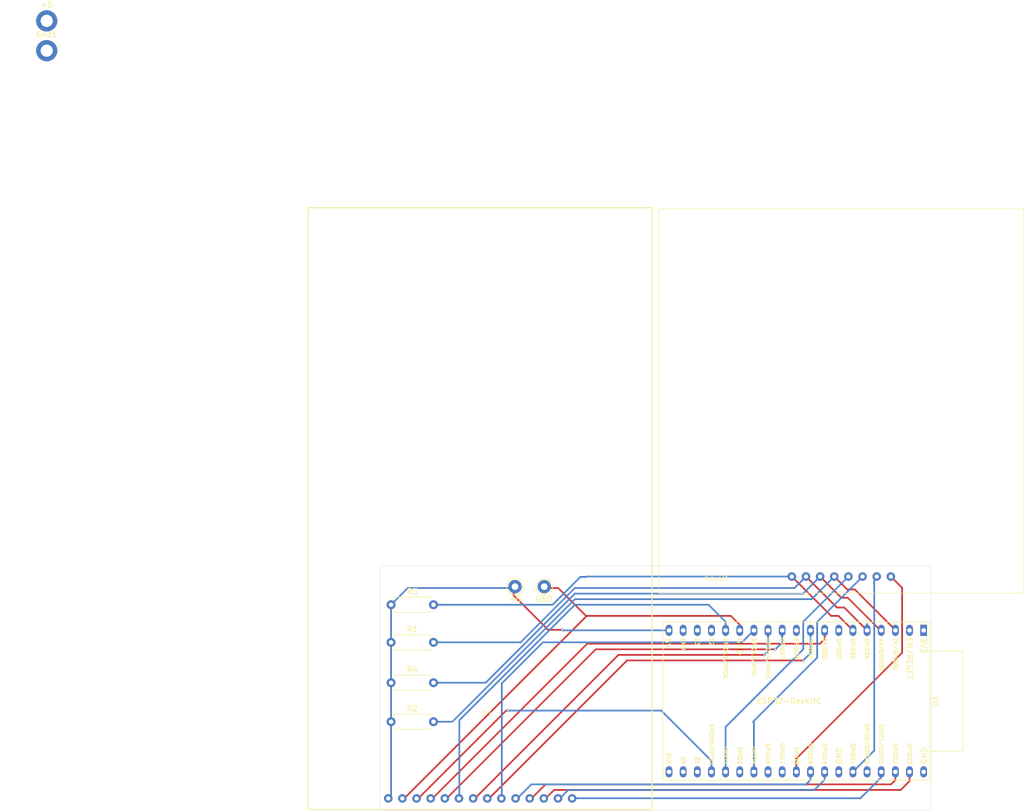
<source format=kicad_pcb>
(kicad_pcb (version 20240108) (generator "pcbnew") (generator_version "8.0")
  (layers (0 "F.Cu" signal) (31 "B.Cu" signal) (34 "B.Paste" user) (35 "F.Paste" user) (36 "B.SilkS" user "B.Silkscreen") (37 "F.SilkS" user "F.Silkscreen") (38 "B.Mask" user) (39 "F.Mask" user) (44 "Edge.Cuts" user))
  (net 0 "")
  (net 1 "Net-(D1-TP_CS)")
  (net 2 "Net-(D1-TP_OUT(DO))")
  (net 3 "GND")
  (net 4 "Net-(D1-LED)")
  (net 5 "Net-(D1-TFT_RS(DC{slash}RS))")
  (net 6 "Net-(D1-TP_DIN)")
  (net 7 "Net-(D1-TFT_SCK)")
  (net 8 "Net-(D1-TP_CLK)")
  (net 9 "Net-(D1-TP_IRQ)")
  (net 10 "Net-(D1-TFT_RESET)")
  (net 11 "Net-(D1-TFT_SDI(MOSI))")
  (net 12 "Net-(D1-TFT_SDO(MISO))")
  (net 13 "Net-(D1-TFT_CS)")
  (net 14 "+5V")
  (net 15 "Net-(KeyB1-R1)")
  (net 16 "Net-(KeyB1-R3)")
  (net 17 "Net-(KeyB1-R2)")
  (net 18 "Net-(KeyB1-C3)")
  (net 19 "Net-(KeyB1-R4)")
  (net 20 "Net-(KeyB1-C2)")
  (net 21 "Net-(KeyB1-C1)")
  (net 22 "Net-(KeyB1-C4)")
  (footprint "MountingHole:MountingHole_2.2mm_M2_DIN965_Pad_TopBottom" (layer "F.Cu") (at 2.175 2.175)
    (property "Reference" "+5" (at 0 -2.9 0) (layer "F.SilkS"))
    (property "Value" "MountingHole_Pad_MP")
    (pad "1" thru_hole circle (at 0 0) (size 2.6 2.6) (drill 2.2) (layers "*.Cu" "*.Mask"))
    (pad "1" connect circle (at 0 0) (size 3.8 3.8) (layers "F.Cu" "F.Mask"))
    (pad "1" connect circle (at 0 0) (size 3.8 3.8) (layers "B.Cu" "B.Mask"))
  )
  (footprint "Connector_Pin:Pin_D1.0mm_L10.0mm_LooseFit" (layer "F.Cu") (at 91.5 103.75)
    (property "Reference" "GND" (at 0 2.25 0) (layer "F.SilkS"))
    (property "Value" "Pin_D1.0mm_L10.0mm_LooseFit" (hide yes))
    (fp_circle (center 0 0) (end 1.5 0.05) (stroke (width 0.12)) (fill none) (layer "F.SilkS"))
    (pad "1" thru_hole circle (at 0 0) (size 2.4 2.4) (drill 1.2) (layers "*.Cu" "*.Mask") (net 3 "GND"))
  )
  (footprint "MountingHole:MountingHole_2.2mm_M2_DIN965_Pad_TopBottom" (layer "F.Cu") (at 2.175 7.525)
    (property "Reference" "Gnd1" (at 0 -2.9 0) (layer "F.SilkS"))
    (property "Value" "~")
    (pad "1" thru_hole circle (at 0 0) (size 2.6 2.6) (drill 2.2) (layers "*.Cu" "*.Mask"))
    (pad "1" connect circle (at 0 0) (size 3.8 3.8) (layers "F.Cu" "F.Mask"))
    (pad "1" connect circle (at 0 0) (size 3.8 3.8) (layers "B.Cu" "B.Mask"))
  )
  (footprint "Resistor_THT:R_Axial_DIN0207_L6.3mm_D2.5mm_P7.62mm_Horizontal" (layer "F.Cu") (at 64 107)
    (property "Reference" "R3" (at 3.81 -2.37 0) (layer "F.SilkS"))
    (property "Value" "100K")
    (fp_line (start 0.54 -1.37) (end 7.08 -1.37) (stroke (width 0.12)) (layer "F.SilkS"))
    (fp_line (start 0.54 -1.04) (end 0.54 -1.37) (stroke (width 0.12)) (layer "F.SilkS"))
    (fp_line (start 0.54 1.04) (end 0.54 1.37) (stroke (width 0.12)) (layer "F.SilkS"))
    (fp_line (start 0.54 1.37) (end 7.08 1.37) (stroke (width 0.12)) (layer "F.SilkS"))
    (fp_line (start 7.08 -1.37) (end 7.08 -1.04) (stroke (width 0.12)) (layer "F.SilkS"))
    (fp_line (start 7.08 1.37) (end 7.08 1.04) (stroke (width 0.12)) (layer "F.SilkS"))
    (pad "1" thru_hole circle (at 0 0) (size 1.6 1.6) (drill 0.8) (layers "*.Cu" "*.Mask") (net 14 "+5V"))
    (pad "2" thru_hole oval (at 7.62 0) (size 1.6 1.6) (drill 0.8) (layers "*.Cu" "*.Mask") (net 15 "Net-(KeyB1-R1)"))
  )
  (footprint "PCM_Espressif:ESP32-DevKitC" (layer "F.Cu") (at 159.62 111.6 -90)
    (property "Reference" "U1" (at 12.7 -2.1 90) (layer "F.SilkS"))
    (property "Value" "ESP32-DevKitC" (at 12.7 24.13 0) (layer "F.SilkS"))
    (fp_line (start -1.5 46.82) (end 26.899999 46.82) (stroke (width 0.12)) (layer "F.SilkS"))
    (fp_line (start 26.899999 46.82) (end 26.9 -1.1) (stroke (width 0.12)) (layer "F.SilkS"))
    (fp_line (start -1.499999 -1.1) (end -1.5 46.82) (stroke (width 0.12)) (layer "F.SilkS"))
    (fp_line (start 26.9 -1.1) (end -1.499999 -1.1) (stroke (width 0.12)) (layer "F.SilkS"))
    (fp_line (start 3.73012 -1.12032) (end 3.73012 -7.01312) (stroke (width 0.12)) (layer "F.SilkS"))
    (fp_line (start 3.73012 -7.01312) (end 21.71332 -7.01312) (stroke (width 0.12)) (layer "F.SilkS"))
    (fp_line (start 21.71332 -7.01312) (end 21.71332 -1.12032) (stroke (width 0.12)) (layer "F.SilkS"))
    (fp_text user "GPIO25" (at 1.27 20.32 -90) (layer "F.SilkS") (effects (font (size 0.7 0.7)) (justify left)))
    (fp_text user "5V" (at 1.26632 45.97128 -90) (layer "F.SilkS") (effects (justify left)))
    (fp_text user "GPIO33" (at 1.27 17.78 -90) (layer "F.SilkS") (effects (font (size 0.7 0.7)) (justify left)))
    (fp_text user "GPIO13/MTCK" (at 1.27 35.56 -90) (layer "F.SilkS") (effects (font (size 0.7 0.7)) (justify left)))
    (fp_text user "GPIO15/MTDO" (at 24.13 38.1 -90) (layer "F.SilkS") (effects (font (size 0.7 0.7)) (justify right)))
    (fp_text user "GPIO18" (at 24.13 20.32 -90) (layer "F.SilkS") (effects (font (size 0.7 0.7)) (justify right)))
    (fp_text user "GND" (at 24.13 15.24 -90) (layer "F.SilkS") (effects (justify right)))
    (fp_text user "GPIO23" (at 24.13 2.54 -90) (layer "F.SilkS") (effects (font (size 0.7 0.7)) (justify right)))
    (fp_text user "GPIO27" (at 1.27 25.4 -90) (layer "F.SilkS") (effects (font (size 0.7 0.7)) (justify left)))
    (fp_text user "GPIO22" (at 24.13 5.08 -90) (layer "F.SilkS") (effects (font (size 0.7 0.7)) (justify right)))
    (fp_text user "CMD" (at 1.27 43.18 -90) (layer "F.SilkS") (effects (font (size 0.7 0.7)) (justify left)))
    (fp_text user "GPIO14/MTMS" (at 1.27 27.94 -90) (layer "F.SilkS") (effects (font (size 0.7 0.7)) (justify left)))
    (fp_text user "D3" (at 1.27 40.64 -90) (layer "F.SilkS") (effects (font (size 0.7 0.7)) (justify left)))
    (fp_text user "GPIO19" (at 24.13 17.78 -90) (layer "F.SilkS") (effects (font (size 0.7 0.7)) (justify right)))
    (fp_text user "GPIO5" (at 24.13 22.86 -90) (layer "F.SilkS") (effects (font (size 0.7 0.7)) (justify right)))
    (fp_text user "CLK" (at 24.13 45.72 -90) (layer "F.SilkS") (effects (font (size 0.7 0.7)) (justify right)))
    (fp_text user "GPIO0" (at 24.13 33.02 -90) (layer "F.SilkS") (effects (font (size 0.7 0.7)) (justify right)))
    (fp_text user "GPIO16" (at 24.13 27.94 -90) (layer "F.SilkS") (effects (font (size 0.7 0.7)) (justify right)))
    (fp_text user "GPIO26" (at 1.27 22.86 -90) (layer "F.SilkS") (effects (font (size 0.7 0.7)) (justify left)))
    (fp_text user "GPIO4" (at 24.13 30.48 -90) (layer "F.SilkS") (effects (font (size 0.7 0.7)) (justify right)))
    (fp_text user "GND" (at 24.13 0 -90) (layer "F.SilkS") (effects (justify right)))
    (fp_text user "GPIO12/MTDI" (at 1.27 30.48 -90) (layer "F.SilkS") (effects (font (size 0.7 0.7)) (justify left)))
    (fp_text user "GPIO3/U0RXD" (at 24.13 10.16 -90) (layer "F.SilkS") (effects (font (size 0.7 0.7)) (justify right)))
    (fp_text user "GPIO32" (at 1.27 15.24 -90) (layer "F.SilkS") (effects (font (size 0.7 0.7)) (justify left)))
    (fp_text user "D1" (at 24.13 40.64 -90) (layer "F.SilkS") (effects (font (size 0.7 0.7)) (justify right)))
    (fp_text user "3V3" (at 1.27 0 -90) (layer "F.SilkS") (effects (justify left)))
    (fp_text user "VP/GPIO36" (at 1.27 5.08 -90) (layer "F.SilkS") (effects (font (size 0.7 0.7)) (justify left)))
    (fp_text user "GPIO2" (at 24.13 35.56 -90) (layer "F.SilkS") (effects (font (size 0.7 0.7)) (justify right)))
    (fp_text user "GPIO35" (at 1.27 12.7 -90) (layer "F.SilkS") (effects (font (size 0.7 0.7)) (justify left)))
    (fp_text user "GPIO1/U0TXD" (at 24.13 7.62 -90) (layer "F.SilkS") (effects (font (size 0.7 0.7)) (justify right)))
    (fp_text user "GND" (at 1.27 33.02 -90) (layer "F.SilkS") (effects (justify left)))
    (fp_text user "VN/GPIO39" (at 1.27 7.62 -90) (layer "F.SilkS") (effects (font (size 0.7 0.7)) (justify left)))
    (fp_text user "EN/RESET" (at 8.88632 2.53728 -90) (layer "F.SilkS") (effects (justify right)))
    (fp_text user "D0" (at 24.13 43.18 -90) (layer "F.SilkS") (effects (font (size 0.7 0.7)) (justify right)))
    (fp_text user "D2" (at 1.27 38.1 -90) (layer "F.SilkS") (effects (font (size 0.7 0.7)) (justify left)))
    (fp_text user "GPIO17" (at 24.13 25.4 -90) (layer "F.SilkS") (effects (font (size 0.7 0.7)) (justify right)))
    (fp_text user "GPIO21" (at 24.13 12.7 -90) (layer "F.SilkS") (effects (font (size 0.7 0.7)) (justify right)))
    (fp_text user "GPIO34" (at 1.27 10.16 -90) (layer "F.SilkS") (effects (font (size 0.7 0.7)) (justify left)))
    (pad "1" thru_hole rect (at 0 0 180) (size 1.2 2) (drill 0.8) (layers "*.Cu" "*.Mask"))
    (pad "2" thru_hole oval (at 0 2.54 180) (size 1.2 2) (drill 0.8) (layers "*.Cu" "*.Mask"))
    (pad "3" thru_hole oval (at 0 5.08 180) (size 1.2 2) (drill 0.8) (layers "*.Cu" "*.Mask") (net 19 "Net-(KeyB1-R4)"))
    (pad "4" thru_hole oval (at 0 7.62 180) (size 1.2 2) (drill 0.8) (layers "*.Cu" "*.Mask") (net 16 "Net-(KeyB1-R3)"))
    (pad "5" thru_hole oval (at 0 10.16 180) (size 1.2 2) (drill 0.8) (layers "*.Cu" "*.Mask") (net 17 "Net-(KeyB1-R2)"))
    (pad "6" thru_hole oval (at 0 12.7 180) (size 1.2 2) (drill 0.8) (layers "*.Cu" "*.Mask") (net 15 "Net-(KeyB1-R1)"))
    (pad "7" thru_hole oval (at 0 15.24 180) (size 1.2 2) (drill 0.8) (layers "*.Cu" "*.Mask"))
    (pad "8" thru_hole oval (at 0 17.78 180) (size 1.2 2) (drill 0.8) (layers "*.Cu" "*.Mask") (net 10 "Net-(D1-TFT_RESET)"))
    (pad "9" thru_hole oval (at 0 20.32 180) (size 1.2 2) (drill 0.8) (layers "*.Cu" "*.Mask") (net 4 "Net-(D1-LED)"))
    (pad "10" thru_hole oval (at 0 22.86 180) (size 1.2 2) (drill 0.8) (layers "*.Cu" "*.Mask"))
    (pad "11" thru_hole oval (at 0 25.4 180) (size 1.2 2) (drill 0.8) (layers "*.Cu" "*.Mask") (net 5 "Net-(D1-TFT_RS(DC{slash}RS))"))
    (pad "12" thru_hole oval (at 0 27.94 180) (size 1.2 2) (drill 0.8) (layers "*.Cu" "*.Mask") (net 7 "Net-(D1-TFT_SCK)"))
    (pad "13" thru_hole oval (at 0 30.48 180) (size 1.2 2) (drill 0.8) (layers "*.Cu" "*.Mask") (net 12 "Net-(D1-TFT_SDO(MISO))"))
    (pad "14" thru_hole oval (at 0 33.02 180) (size 1.2 2) (drill 0.8) (layers "*.Cu" "*.Mask") (net 3 "GND"))
    (pad "15" thru_hole oval (at 0 35.56 180) (size 1.2 2) (drill 0.8) (layers "*.Cu" "*.Mask") (net 11 "Net-(D1-TFT_SDI(MOSI))"))
    (pad "16" thru_hole oval (at 0 38.1 180) (size 1.2 2) (drill 0.8) (layers "*.Cu" "*.Mask"))
    (pad "17" thru_hole oval (at 0 40.64 180) (size 1.2 2) (drill 0.8) (layers "*.Cu" "*.Mask"))
    (pad "18" thru_hole oval (at 0 43.18 180) (size 1.2 2) (drill 0.8) (layers "*.Cu" "*.Mask"))
    (pad "19" thru_hole oval (at 0 45.72 180) (size 1.2 2) (drill 0.8) (layers "*.Cu" "*.Mask") (net 14 "+5V"))
    (pad "20" thru_hole oval (at 25.39632 45.71728 180) (size 1.2 2) (drill 0.8) (layers "*.Cu" "*.Mask"))
    (pad "21" thru_hole oval (at 25.39632 43.17728 180) (size 1.2 2) (drill 0.8) (layers "*.Cu" "*.Mask"))
    (pad "22" thru_hole oval (at 25.4 40.64 180) (size 1.2 2) (drill 0.8) (layers "*.Cu" "*.Mask"))
    (pad "23" thru_hole oval (at 25.4 38.1 180) (size 1.2 2) (drill 0.8) (layers "*.Cu" "*.Mask") (net 13 "Net-(D1-TFT_CS)"))
    (pad "24" thru_hole oval (at 25.4 35.56 180) (size 1.2 2) (drill 0.8) (layers "*.Cu" "*.Mask") (net 21 "Net-(KeyB1-C1)"))
    (pad "25" thru_hole oval (at 25.4 33.02 180) (size 1.2 2) (drill 0.8) (layers "*.Cu" "*.Mask"))
    (pad "26" thru_hole oval (at 25.4 30.48 180) (size 1.2 2) (drill 0.8) (layers "*.Cu" "*.Mask") (net 20 "Net-(KeyB1-C2)"))
    (pad "27" thru_hole oval (at 25.4 27.94 180) (size 1.2 2) (drill 0.8) (layers "*.Cu" "*.Mask"))
    (pad "28" thru_hole oval (at 25.4 25.4 180) (size 1.2 2) (drill 0.8) (layers "*.Cu" "*.Mask"))
    (pad "29" thru_hole oval (at 25.4 22.86 180) (size 1.2 2) (drill 0.8) (layers "*.Cu" "*.Mask") (net 22 "Net-(KeyB1-C4)"))
    (pad "30" thru_hole oval (at 25.4 20.32 180) (size 1.2 2) (drill 0.8) (layers "*.Cu" "*.Mask") (net 8 "Net-(D1-TP_CLK)"))
    (pad "31" thru_hole oval (at 25.4 17.78 180) (size 1.2 2) (drill 0.8) (layers "*.Cu" "*.Mask") (net 2 "Net-(D1-TP_OUT(DO))"))
    (pad "32" thru_hole oval (at 25.4 15.24 180) (size 1.2 2) (drill 0.8) (layers "*.Cu" "*.Mask") (net 3 "GND"))
    (pad "33" thru_hole oval (at 25.4 12.7 180) (size 1.2 2) (drill 0.8) (layers "*.Cu" "*.Mask") (net 18 "Net-(KeyB1-C3)"))
    (pad "34" thru_hole oval (at 25.4 10.16 180) (size 1.2 2) (drill 0.8) (layers "*.Cu" "*.Mask"))
    (pad "35" thru_hole oval (at 25.4 7.62 180) (size 1.2 2) (drill 0.8) (layers "*.Cu" "*.Mask") (net 9 "Net-(D1-TP_IRQ)"))
    (pad "36" thru_hole oval (at 25.4 5.08 180) (size 1.2 2) (drill 0.8) (layers "*.Cu" "*.Mask") (net 1 "Net-(D1-TP_CS)"))
    (pad "37" thru_hole oval (at 25.4 2.54 180) (size 1.2 2) (drill 0.8) (layers "*.Cu" "*.Mask") (net 6 "Net-(D1-TP_DIN)"))
    (pad "38" thru_hole oval (at 25.4 0 180) (size 1.2 2) (drill 0.8) (layers "*.Cu" "*.Mask") (net 3 "GND"))
  )
  (footprint "ESP:MSP4021" (layer "F.Cu") (at 63.49 141.77)
    (property "Reference" "D1" (at 17.78 -15.24 0) (layer "F.SilkS") (effects (font (thickness 0.1))))
    (property "Value" "~")
    (fp_rect (start -14.36 -106.04) (end 47.38 2) (stroke (width 0.2)) (fill none) (layer "F.SilkS"))
    (pad "1" thru_hole circle (at 0 0) (size 1.524 1.524) (drill 0.762) (layers "*.Cu" "*.Mask") (net 14 "+5V"))
    (pad "2" thru_hole circle (at 2.54 0) (size 1.524 1.524) (drill 0.762) (layers "*.Cu" "*.Mask") (net 3 "GND"))
    (pad "3" thru_hole circle (at 5.08 0) (size 1.524 1.524) (drill 0.762) (layers "*.Cu" "*.Mask") (net 13 "Net-(D1-TFT_CS)"))
    (pad "4" thru_hole circle (at 7.62 0) (size 1.524 1.524) (drill 0.762) (layers "*.Cu" "*.Mask") (net 10 "Net-(D1-TFT_RESET)"))
    (pad "5" thru_hole circle (at 10.16 0) (size 1.524 1.524) (drill 0.762) (layers "*.Cu" "*.Mask") (net 5 "Net-(D1-TFT_RS(DC{slash}RS))"))
    (pad "6" thru_hole circle (at 12.7 0) (size 1.524 1.524) (drill 0.762) (layers "*.Cu" "*.Mask") (net 11 "Net-(D1-TFT_SDI(MOSI))"))
    (pad "7" thru_hole circle (at 15.24 0) (size 1.524 1.524) (drill 0.762) (layers "*.Cu" "*.Mask") (net 7 "Net-(D1-TFT_SCK)"))
    (pad "8" thru_hole circle (at 17.78 0) (size 1.524 1.524) (drill 0.762) (layers "*.Cu" "*.Mask") (net 4 "Net-(D1-LED)"))
    (pad "9" thru_hole circle (at 20.32 0) (size 1.524 1.524) (drill 0.762) (layers "*.Cu" "*.Mask") (net 12 "Net-(D1-TFT_SDO(MISO))"))
    (pad "10" thru_hole circle (at 22.86 0) (size 1.524 1.524) (drill 0.762) (layers "*.Cu" "*.Mask") (net 8 "Net-(D1-TP_CLK)"))
    (pad "11" thru_hole circle (at 25.4 0) (size 1.524 1.524) (drill 0.762) (layers "*.Cu" "*.Mask") (net 1 "Net-(D1-TP_CS)"))
    (pad "12" thru_hole circle (at 27.94 0) (size 1.524 1.524) (drill 0.762) (layers "*.Cu" "*.Mask") (net 6 "Net-(D1-TP_DIN)"))
    (pad "13" thru_hole circle (at 30.48 0) (size 1.524 1.524) (drill 0.762) (layers "*.Cu" "*.Mask") (net 2 "Net-(D1-TP_OUT(DO))"))
    (pad "14" thru_hole circle (at 33.02 0) (size 1.524 1.524) (drill 0.762) (layers "*.Cu" "*.Mask") (net 9 "Net-(D1-TP_IRQ)"))
  )
  (footprint "Connector_Pin:Pin_D1.0mm_L10.0mm_LooseFit" (layer "F.Cu") (at 86.25 103.75)
    (property "Reference" "+5" (at 0 2.25 0) (layer "F.SilkS"))
    (property "Value" "Pin_D1.0mm_L10.0mm_LooseFit" (hide yes))
    (fp_circle (center 0 0) (end 1.5 0.05) (stroke (width 0.12)) (fill none) (layer "F.SilkS"))
    (pad "1" thru_hole circle (at 0 0) (size 2.4 2.4) (drill 1.2) (layers "*.Cu" "*.Mask") (net 14 "+5V"))
  )
  (footprint "ESP:Matrix Keypad 4x4" (layer "F.Cu") (at 135.95 101.93688)
    (property "Reference" "KeyB1" (at -13.45 0.31312 0) (layer "F.SilkS") (effects (font (thickness 0.1))))
    (property "Value" "~")
    (fp_rect (start -23.86 -66) (end 41.64 3) (stroke (width 0.1)) (fill none) (layer "F.SilkS"))
    (pad "1" thru_hole circle (at 0 0) (size 1.524 1.524) (drill 0.762) (layers "*.Cu" "*.Mask") (net 15 "Net-(KeyB1-R1)"))
    (pad "2" thru_hole circle (at 2.54 0) (size 1.524 1.524) (drill 0.762) (layers "*.Cu" "*.Mask") (net 17 "Net-(KeyB1-R2)"))
    (pad "3" thru_hole circle (at 5.08 0) (size 1.524 1.524) (drill 0.762) (layers "*.Cu" "*.Mask") (net 16 "Net-(KeyB1-R3)"))
    (pad "4" thru_hole circle (at 7.62 0) (size 1.524 1.524) (drill 0.762) (layers "*.Cu" "*.Mask") (net 19 "Net-(KeyB1-R4)"))
    (pad "5" thru_hole circle (at 10.16 0) (size 1.524 1.524) (drill 0.762) (layers "*.Cu" "*.Mask") (net 21 "Net-(KeyB1-C1)"))
    (pad "6" thru_hole circle (at 12.7 0) (size 1.524 1.524) (drill 0.762) (layers "*.Cu" "*.Mask") (net 20 "Net-(KeyB1-C2)"))
    (pad "7" thru_hole circle (at 15.24 0) (size 1.524 1.524) (drill 0.762) (layers "*.Cu" "*.Mask") (net 18 "Net-(KeyB1-C3)"))
    (pad "8" thru_hole circle (at 17.78 0) (size 1.524 1.524) (drill 0.762) (layers "*.Cu" "*.Mask") (net 22 "Net-(KeyB1-C4)"))
  )
  (footprint "Resistor_THT:R_Axial_DIN0207_L6.3mm_D2.5mm_P7.62mm_Horizontal" (layer "F.Cu") (at 64 113.75)
    (property "Reference" "R1" (at 3.81 -2.37 0) (layer "F.SilkS"))
    (property "Value" "100K")
    (fp_line (start 0.54 -1.37) (end 7.08 -1.37) (stroke (width 0.12)) (layer "F.SilkS"))
    (fp_line (start 0.54 -1.04) (end 0.54 -1.37) (stroke (width 0.12)) (layer "F.SilkS"))
    (fp_line (start 0.54 1.04) (end 0.54 1.37) (stroke (width 0.12)) (layer "F.SilkS"))
    (fp_line (start 0.54 1.37) (end 7.08 1.37) (stroke (width 0.12)) (layer "F.SilkS"))
    (fp_line (start 7.08 -1.37) (end 7.08 -1.04) (stroke (width 0.12)) (layer "F.SilkS"))
    (fp_line (start 7.08 1.37) (end 7.08 1.04) (stroke (width 0.12)) (layer "F.SilkS"))
    (pad "1" thru_hole circle (at 0 0) (size 1.6 1.6) (drill 0.8) (layers "*.Cu" "*.Mask") (net 14 "+5V"))
    (pad "2" thru_hole oval (at 7.62 0) (size 1.6 1.6) (drill 0.8) (layers "*.Cu" "*.Mask") (net 16 "Net-(KeyB1-R3)"))
  )
  (footprint "Resistor_THT:R_Axial_DIN0207_L6.3mm_D2.5mm_P7.62mm_Horizontal" (layer "F.Cu") (at 64 128)
    (property "Reference" "R2" (at 3.81 -2.37 0) (layer "F.SilkS"))
    (property "Value" "100K")
    (fp_line (start 0.54 -1.37) (end 7.08 -1.37) (stroke (width 0.12)) (layer "F.SilkS"))
    (fp_line (start 0.54 -1.04) (end 0.54 -1.37) (stroke (width 0.12)) (layer "F.SilkS"))
    (fp_line (start 0.54 1.04) (end 0.54 1.37) (stroke (width 0.12)) (layer "F.SilkS"))
    (fp_line (start 0.54 1.37) (end 7.08 1.37) (stroke (width 0.12)) (layer "F.SilkS"))
    (fp_line (start 7.08 -1.37) (end 7.08 -1.04) (stroke (width 0.12)) (layer "F.SilkS"))
    (fp_line (start 7.08 1.37) (end 7.08 1.04) (stroke (width 0.12)) (layer "F.SilkS"))
    (pad "1" thru_hole circle (at 0 0) (size 1.6 1.6) (drill 0.8) (layers "*.Cu" "*.Mask") (net 14 "+5V"))
    (pad "2" thru_hole oval (at 7.62 0) (size 1.6 1.6) (drill 0.8) (layers "*.Cu" "*.Mask") (net 19 "Net-(KeyB1-R4)"))
  )
  (footprint "Resistor_THT:R_Axial_DIN0207_L6.3mm_D2.5mm_P7.62mm_Horizontal" (layer "F.Cu") (at 64 121)
    (property "Reference" "R4" (at 3.81 -2.37 0) (layer "F.SilkS"))
    (property "Value" "100K")
    (fp_line (start 0.54 -1.37) (end 7.08 -1.37) (stroke (width 0.12)) (layer "F.SilkS"))
    (fp_line (start 0.54 -1.04) (end 0.54 -1.37) (stroke (width 0.12)) (layer "F.SilkS"))
    (fp_line (start 0.54 1.04) (end 0.54 1.37) (stroke (width 0.12)) (layer "F.SilkS"))
    (fp_line (start 0.54 1.37) (end 7.08 1.37) (stroke (width 0.12)) (layer "F.SilkS"))
    (fp_line (start 7.08 -1.37) (end 7.08 -1.04) (stroke (width 0.12)) (layer "F.SilkS"))
    (fp_line (start 7.08 1.37) (end 7.08 1.04) (stroke (width 0.12)) (layer "F.SilkS"))
    (pad "1" thru_hole circle (at 0 0) (size 1.6 1.6) (drill 0.8) (layers "*.Cu" "*.Mask") (net 14 "+5V"))
    (pad "2" thru_hole oval (at 7.62 0) (size 1.6 1.6) (drill 0.8) (layers "*.Cu" "*.Mask") (net 17 "Net-(KeyB1-R2)"))
  )
  (gr_rect (start 62 100) (end 161 144) (stroke (width 0.05)) (fill none) (layer "Edge.Cuts"))
  (segment (start 88.96 142.02688) (end 91.73688 139.25) (width 0.3048) (layer "F.Cu") (net 1))
  (segment (start 154.54 138.46) (end 154.54 137) (width 0.3048) (layer "F.Cu") (net 1))
  (segment (start 153.75 139.25) (end 154.54 138.46) (width 0.3048) (layer "F.Cu") (net 1))
  (segment (start 91.73688 139.25) (end 153.75 139.25) (width 0.3048) (layer "F.Cu") (net 1))
  (segment (start 94.04 142.02688) (end 95.81688 140.25) (width 0.3048) (layer "B.Cu") (net 2))
  (segment (start 141.84 138.41) (end 141.84 137) (width 0.3048) (layer "B.Cu") (net 2))
  (segment (start 140 140.25) (end 141.84 138.41) (width 0.3048) (layer "B.Cu") (net 2))
  (segment (start 95.81688 140.25) (end 140 140.25) (width 0.3048) (layer "B.Cu") (net 2))
  (segment (start 125 109) (end 126.6 110.6) (width 0.3048) (layer "F.Cu") (net 3))
  (segment (start 99.12688 109) (end 125 109) (width 0.3048) (layer "F.Cu") (net 3))
  (segment (start 94 104) (end 91.9286 104) (width 0.3048) (layer "F.Cu") (net 3))
  (segment (start 66.1 142.02688) (end 99.06344 109.06344) (width 0.3048) (layer "F.Cu") (net 3))
  (segment (start 99.06344 109.06344) (end 99.12688 109) (width 0.3048) (layer "F.Cu") (net 3))
  (segment (start 126.6 110.6) (end 126.6 111.6) (width 0.3048) (layer "F.Cu") (net 3))
  (segment (start 99.06344 109.06344) (end 94 104) (width 0.3048) (layer "F.Cu") (net 3))
  (segment (start 106.36688 117) (end 138 117) (width 0.3048) (layer "F.Cu") (net 4))
  (segment (start 81.34 142.02688) (end 106.36688 117) (width 0.3048) (layer "F.Cu") (net 4))
  (via (at 138 117) (size 0.4572) (drill 0.254) (layers "F.Cu" "B.Cu") (net 4))
  (segment (start 139.3 115.7) (end 139.3 111.6) (width 0.3048) (layer "B.Cu") (net 4))
  (segment (start 138 117) (end 139.3 115.7) (width 0.3048) (layer "B.Cu") (net 4))
  (segment (start 100.74688 115) (end 133 115) (width 0.3048) (layer "F.Cu") (net 5))
  (segment (start 73.72 142.02688) (end 100.74688 115) (width 0.3048) (layer "F.Cu") (net 5))
  (via (at 133 115) (size 0.4572) (drill 0.254) (layers "F.Cu" "B.Cu") (net 5))
  (segment (start 133 115) (end 134.22 113.78) (width 0.3048) (layer "B.Cu") (net 5))
  (segment (start 134.22 113.78) (end 134.22 111.6) (width 0.3048) (layer "B.Cu") (net 5))
  (segment (start 91.5 142.02688) (end 93.27688 140.25) (width 0.3048) (layer "F.Cu") (net 6))
  (segment (start 155.5 140.25) (end 157.08 138.67) (width 0.3048) (layer "F.Cu") (net 6))
  (segment (start 93.27688 140.25) (end 155.5 140.25) (width 0.3048) (layer "F.Cu") (net 6))
  (segment (start 157.08 138.67) (end 157.08 137) (width 0.3048) (layer "F.Cu") (net 6))
  (segment (start 104.82688 116) (end 131 116) (width 0.3048) (layer "F.Cu") (net 7))
  (segment (start 78.8 142.02688) (end 104.82688 116) (width 0.3048) (layer "F.Cu") (net 7))
  (via (at 131 116) (size 0.4572) (drill 0.254) (layers "F.Cu" "B.Cu") (net 7))
  (segment (start 131 116) (end 131.68 115.32) (width 0.3048) (layer "B.Cu") (net 7))
  (segment (start 131.68 115.32) (end 131.68 111.6) (width 0.3048) (layer "B.Cu") (net 7))
  (segment (start 139.3 138.45) (end 138.5 139.25) (width 0.3048) (layer "B.Cu") (net 8))
  (segment (start 139.3 137) (end 139.3 138.45) (width 0.3048) (layer "B.Cu") (net 8))
  (segment (start 138.5 139.25) (end 89.19688 139.25) (width 0.3048) (layer "B.Cu") (net 8))
  (segment (start 89.19688 139.25) (end 86.42 142.02688) (width 0.3048) (layer "B.Cu") (net 8))
  (segment (start 96.58 142.02688) (end 96.85688 141.75) (width 0.3048) (layer "B.Cu") (net 9))
  (segment (start 148.25 141.75) (end 152 138) (width 0.3048) (layer "B.Cu") (net 9))
  (segment (start 96.85688 141.75) (end 148.25 141.75) (width 0.3048) (layer "B.Cu") (net 9))
  (segment (start 152 138) (end 152 137) (width 0.3048) (layer "B.Cu") (net 9))
  (segment (start 141 114) (end 141.84 113.16) (width 0.3048) (layer "F.Cu") (net 10))
  (segment (start 99.20688 114) (end 141 114) (width 0.3048) (layer "F.Cu") (net 10))
  (segment (start 141.84 113.16) (end 141.84 111.6) (width 0.3048) (layer "F.Cu") (net 10))
  (segment (start 71.18 142.02688) (end 99.20688 114) (width 0.3048) (layer "F.Cu") (net 10))
  (segment (start 97 107) (end 76.26 127.74) (width 0.3048) (layer "B.Cu") (net 11))
  (segment (start 121 107) (end 97 107) (width 0.3048) (layer "B.Cu") (net 11))
  (segment (start 124.06 110.06) (end 121 107) (width 0.3048) (layer "B.Cu") (net 11))
  (segment (start 76.26 127.74) (end 76.26 142.02688) (width 0.3048) (layer "B.Cu") (net 11))
  (segment (start 124.06 111.6) (end 124.06 110.06) (width 0.3048) (layer "B.Cu") (net 11))
  (segment (start 126.99 113.75) (end 91.25 113.75) (width 0.3048) (layer "B.Cu") (net 12))
  (segment (start 91.25 113.75) (end 83.88 121.12) (width 0.3048) (layer "B.Cu") (net 12))
  (segment (start 83.88 121.12) (end 83.88 142.02688) (width 0.3048) (layer "B.Cu") (net 12))
  (segment (start 129.14 111.6) (end 126.99 113.75) (width 0.3048) (layer "B.Cu") (net 12))
  (segment (start 84.66688 126) (end 68.64 142.02688) (width 0.3048) (layer "F.Cu") (net 13))
  (segment (start 85 126) (end 84.66688 126) (width 0.3048) (layer "F.Cu") (net 13))
  (via (at 85 126) (size 0.4572) (drill 0.254) (layers "F.Cu" "B.Cu") (net 13))
  (segment (start 112.5 126) (end 121.52 135.02) (width 0.3048) (layer "B.Cu") (net 13))
  (segment (start 85 126) (end 112.5 126) (width 0.3048) (layer "B.Cu") (net 13))
  (segment (start 121.52 135.02) (end 121.52 137) (width 0.3048) (layer "B.Cu") (net 13))
  (segment (start 86 105.313239) (end 86 104.9286) (width 0.3048) (layer "F.Cu") (net 14))
  (segment (start 92.186761 111.5) (end 86 105.313239) (width 0.3048) (layer "F.Cu") (net 14))
  (segment (start 94.75 111.5) (end 92.186761 111.5) (width 0.3048) (layer "F.Cu") (net 14))
  (via (at 94.75 111.5) (size 0.4572) (drill 0.254) (layers "F.Cu" "B.Cu") (net 14))
  (segment (start 64 141.58688) (end 63.56 142.02688) (width 0.3048) (layer "B.Cu") (net 14))
  (segment (start 94.75 111.5) (end 94.85 111.6) (width 0.3048) (layer "B.Cu") (net 14))
  (segment (start 64 128) (end 64 121) (width 0.3048) (layer "B.Cu") (net 14))
  (segment (start 86 104) (end 67 104) (width 0.3048) (layer "B.Cu") (net 14))
  (segment (start 94.85 111.6) (end 113.9 111.6) (width 0.3048) (layer "B.Cu") (net 14))
  (segment (start 64 121) (end 64 113.75) (width 0.3048) (layer "B.Cu") (net 14))
  (segment (start 67 104) (end 64 107) (width 0.3048) (layer "B.Cu") (net 14))
  (segment (start 64 128) (end 64 141.58688) (width 0.3048) (layer "B.Cu") (net 14))
  (segment (start 64 113.75) (end 64 107) (width 0.3048) (layer "B.Cu") (net 14))
  (segment (start 144.32 109) (end 146.92 111.6) (width 0.3048) (layer "F.Cu") (net 15))
  (segment (start 143 109) (end 144.32 109) (width 0.3048) (layer "F.Cu") (net 15))
  (segment (start 135.95 101.93688) (end 143 108.98688) (width 0.3048) (layer "F.Cu") (net 15))
  (segment (start 143 108.98688) (end 143 109) (width 0.3048) (layer "F.Cu") (net 15))
  (segment (start 93 107) (end 71.62 107) (width 0.3048) (layer "B.Cu") (net 15))
  (segment (start 93 107) (end 98 102) (width 0.3048) (layer "B.Cu") (net 15))
  (segment (start 99 102) (end 99.06312 101.93688) (width 0.3048) (layer "B.Cu") (net 15))
  (segment (start 99.06312 101.93688) (end 135.95 101.93688) (width 0.3048) (layer "B.Cu") (net 15))
  (segment (start 98 102) (end 99 102) (width 0.3048) (layer "B.Cu") (net 15))
  (segment (start 151.85 111.6) (end 152 111.6) (width 0.3048) (layer "F.Cu") (net 16))
  (segment (start 146 105.75) (end 151.85 111.6) (width 0.3048) (layer "F.Cu") (net 16))
  (segment (start 141.03 101.93688) (end 144.84312 105.75) (width 0.3048) (layer "F.Cu") (net 16))
  (segment (start 144.84312 105.75) (end 146 105.75) (width 0.3048) (layer "F.Cu") (net 16))
  (segment (start 152 111) (end 152 111.6) (width 0.3048) (layer "F.Cu") (net 16))
  (segment (start 137.96688 105) (end 141.03 101.93688) (width 0.3048) (layer "B.Cu") (net 16))
  (segment (start 81 121) (end 97 105) (width 0.3048) (layer "B.Cu") (net 16))
  (segment (start 97 105) (end 137.96688 105) (width 0.3048) (layer "B.Cu") (net 16))
  (segment (start 81 121) (end 71.62 121) (width 0.3048) (layer "B.Cu") (net 16))
  (segment (start 145.36 107.5) (end 149.46 111.6) (width 0.3048) (layer "F.Cu") (net 17))
  (segment (start 138.49 101.93688) (end 144.05312 107.5) (width 0.3048) (layer "F.Cu") (net 17))
  (segment (start 144.05312 107.5) (end 145.36 107.5) (width 0.3048) (layer "F.Cu") (net 17))
  (segment (start 136.42688 104) (end 138.49 101.93688) (width 0.3048) (layer "B.Cu") (net 17))
  (segment (start 97 104) (end 136.42688 104) (width 0.3048) (layer "B.Cu") (net 17))
  (segment (start 87.25 113.75) (end 71.62 113.75) (width 0.3048) (layer "B.Cu") (net 17))
  (segment (start 149.46 110.46) (end 149.46 111.6) (width 0.3048) (layer "B.Cu") (net 17))
  (segment (start 87.25 113.75) (end 97 104) (width 0.3048) (layer "B.Cu") (net 17))
  (segment (start 150.75 133.17) (end 146.92 137) (width 0.3048) (layer "B.Cu") (net 18))
  (segment (start 150.75 102.37688) (end 150.75 133.17) (width 0.3048) (layer "B.Cu") (net 18))
  (segment (start 151.19 101.93688) (end 150.75 102.37688) (width 0.3048) (layer "B.Cu") (net 18))
  (segment (start 154.54 111.54) (end 154.54 111.6) (width 0.3048) (layer "F.Cu") (net 19))
  (segment (start 147.25 104.25) (end 154.54 111.54) (width 0.3048) (layer "F.Cu") (net 19))
  (segment (start 143.57 101.93688) (end 145.88312 104.25) (width 0.3048) (layer "F.Cu") (net 19))
  (segment (start 145.88312 104.25) (end 147.25 104.25) (width 0.3048) (layer "F.Cu") (net 19))
  (segment (start 75 128) (end 97 106) (width 0.3048) (layer "B.Cu") (net 19))
  (segment (start 97 106) (end 139.50688 106) (width 0.3048) (layer "B.Cu") (net 19))
  (segment (start 75 128) (end 71.62 128) (width 0.3048) (layer "B.Cu") (net 19))
  (segment (start 139.50688 106) (end 143.57 101.93688) (width 0.3048) (layer "B.Cu") (net 19))
  (segment (start 129.14 128.14) (end 129.14 137) (width 0.3048) (layer "B.Cu") (net 20))
  (segment (start 148.65 101.93688) (end 140.5 110.08688) (width 0.3048) (layer "B.Cu") (net 20))
  (segment (start 140.5 110.08688) (end 140.5 116.5) (width 0.3048) (layer "B.Cu") (net 20))
  (segment (start 140.5 116.5) (end 129 128) (width 0.3048) (layer "B.Cu") (net 20))
  (segment (start 129 128) (end 129.14 128.14) (width 0.3048) (layer "B.Cu") (net 20))
  (segment (start 124.06 128.94) (end 124.06 137) (width 0.3048) (layer "B.Cu") (net 21))
  (segment (start 146.11 101.93688) (end 138 110.04688) (width 0.3048) (layer "B.Cu") (net 21))
  (segment (start 138 110.04688) (end 138 115) (width 0.3048) (layer "B.Cu") (net 21))
  (segment (start 138 115) (end 124.06 128.94) (width 0.3048) (layer "B.Cu") (net 21))
  (segment (start 155.75 115.63) (end 136.76 134.62) (width 0.3048) (layer "F.Cu") (net 22))
  (segment (start 155.75 103.95688) (end 155.75 115.63) (width 0.3048) (layer "F.Cu") (net 22))
  (segment (start 136.76 134.62) (end 136.76 137) (width 0.3048) (layer "F.Cu") (net 22))
  (segment (start 153.73 101.93688) (end 155.75 103.95688) (width 0.3048) (layer "F.Cu") (net 22))
)
</source>
